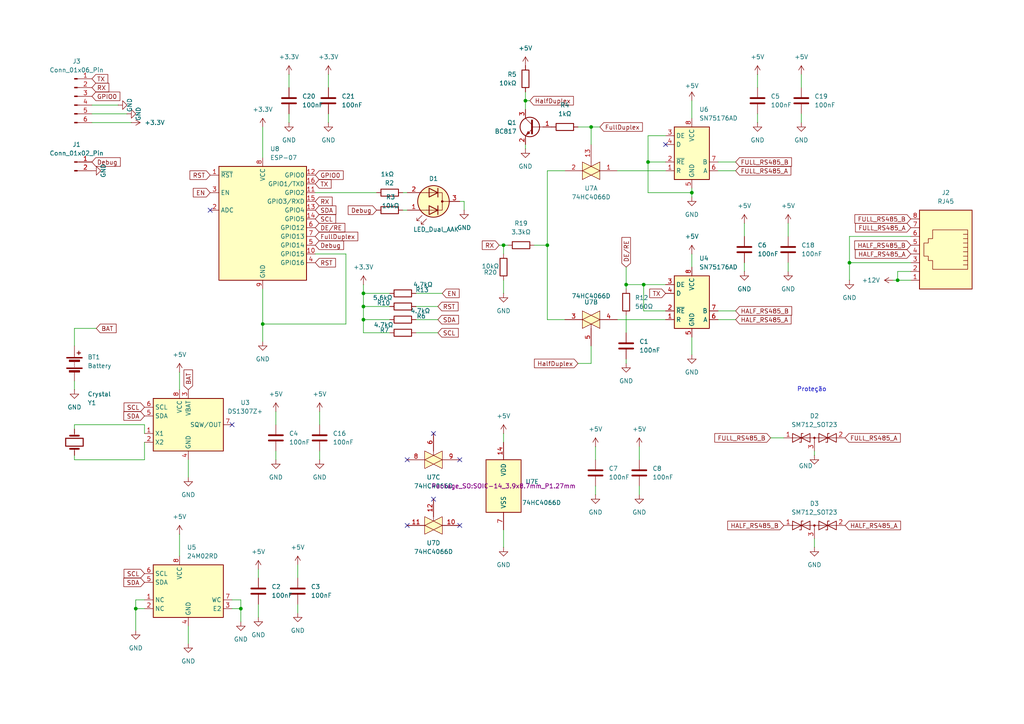
<source format=kicad_sch>
(kicad_sch (version 20250114) (generator "eeschema") (generator_version "9.0")
  (paper "A4")
  (title_block (title "Ubox") (date "2025-11-06") (rev "1") (company "Ecopower"))
  (lib_symbols
    (symbol "4xxx:4066" (pin_names (offset 1.016))
      (property "Reference" "U" (at -7.62 8.89 0))
      (property "Value" "4066" (at -7.62 -8.89 0))
      (symbol "4066_1_0"
        (pin passive line (at -7.62 0 0) (length 5.08) (name "~") (number "1"))
        (pin input line (at 0 7.62 270) (length 5.08) (name "~") (number "13"))
        (pin passive line (at 7.62 0 180) (length 5.08) (name "~") (number "2"))
      )
      (symbol "4066_2_0"
        (pin passive line (at -7.62 0 0) (length 5.08) (name "~") (number "4"))
        (pin input line (at 0 7.62 270) (length 5.08) (name "~") (number "5"))
        (pin passive line (at 7.62 0 180) (length 5.08) (name "~") (number "3"))
      )
      (symbol "4066_3_0"
        (pin passive line (at -7.62 0 0) (length 5.08) (name "~") (number "8"))
        (pin input line (at 0 7.62 270) (length 5.08) (name "~") (number "6"))
        (pin passive line (at 7.62 0 180) (length 5.08) (name "~") (number "9"))
      )
      (symbol "4066_4_0"
        (pin passive line (at -7.62 0 0) (length 5.08) (name "~") (number "11"))
        (pin input line (at 0 7.62 270) (length 5.08) (name "~") (number "12"))
        (pin passive line (at 7.62 0 180) (length 5.08) (name "~") (number "10"))
      )
      (symbol "4066_5_0"
        (pin power_in line (at 0 12.7 270) (length 5.08) (name "VDD") (number "14"))
        (pin power_in line (at 0 -12.7 90) (length 5.08) (name "VSS") (number "7"))
      )
    )
    (symbol "Connector:Conn_01x02_Pin" (pin_names (offset 1.016) (hide yes))
      (property "Reference" "J" (at 0 2.54 0))
      (property "Value" "Conn_01x02_Pin" (at 0 -5.08 0))
      (symbol "Conn_01x02_Pin_1_1"
        (pin passive line (at 5.08 0 180) (length 3.81) (name "Pin_1") (number "1"))
        (pin passive line (at 5.08 -2.54 180) (length 3.81) (name "Pin_2") (number "2"))
      )
    )
    (symbol "Connector:Conn_01x06_Pin" (pin_names (offset 1.016) (hide yes))
      (property "Reference" "J" (at 0 7.62 0))
      (property "Value" "Conn_01x06_Pin" (at 0 -10.16 0))
      (symbol "Conn_01x06_Pin_1_1"
        (pin passive line (at 5.08 5.08 180) (length 3.81) (name "Pin_1") (number "1"))
        (pin passive line (at 5.08 2.54 180) (length 3.81) (name "Pin_2") (number "2"))
        (pin passive line (at 5.08 0 180) (length 3.81) (name "Pin_3") (number "3"))
        (pin passive line (at 5.08 -2.54 180) (length 3.81) (name "Pin_4") (number "4"))
        (pin passive line (at 5.08 -5.08 180) (length 3.81) (name "Pin_5") (number "5"))
        (pin passive line (at 5.08 -7.62 180) (length 3.81) (name "Pin_6") (number "6"))
      )
    )
    (symbol "Connector:RJ45" (pin_names (offset 1.016))
      (property "Reference" "J" (at -5.08 13.97 0))
      (property "Value" "RJ45" (at 2.54 13.97 0))
      (symbol "RJ45_1_1"
        (pin passive line (at 10.16 10.16 180) (length 2.54) (name "~") (number "8"))
        (pin passive line (at 10.16 7.62 180) (length 2.54) (name "~") (number "7"))
        (pin passive line (at 10.16 5.08 180) (length 2.54) (name "~") (number "6"))
        (pin passive line (at 10.16 2.54 180) (length 2.54) (name "~") (number "5"))
        (pin passive line (at 10.16 0 180) (length 2.54) (name "~") (number "4"))
        (pin passive line (at 10.16 -2.54 180) (length 2.54) (name "~") (number "3"))
        (pin passive line (at 10.16 -5.08 180) (length 2.54) (name "~") (number "2"))
        (pin passive line (at 10.16 -7.62 180) (length 2.54) (name "~") (number "1"))
      )
    )
    (symbol "DS1307Z+_1"
      (property "Reference" "U5" (at -0.3967 12.7 0))
      (property "Value" "24M02RD" (at -0.3967 10.16 0))
      (symbol "DS1307Z+_1_1_1"
        (pin input line (at -12.7 5.08 0) (length 2.54) (name "SCL") (number "6"))
        (pin bidirectional line (at -12.7 2.54 0) (length 2.54) (name "SDA") (number "5"))
        (pin free line (at -12.7 -2.54 0) (length 2.54) (name "NC") (number "1"))
        (pin free line (at -12.7 -5.08 0) (length 2.54) (name "NC") (number "2"))
        (pin power_in line (at -2.54 10.16 270) (length 2.54) (name "VCC") (number "8"))
        (pin power_in line (at 0 -10.16 90) (length 2.54) (name "GND") (number "4"))
        (pin input line (at 12.7 -2.54 180) (length 2.54) (name "WC") (number "7"))
        (pin input line (at 12.7 -5.08 180) (length 2.54) (name "E2") (number "3"))
      )
    )
    (symbol "Device:Battery" (pin_numbers (hide yes)) (pin_names (offset 0) (hide yes))
      (property "Reference" "BT" (at 2.54 2.54 0))
      (property "Value" "Battery" (at 2.54 0 0))
      (symbol "Battery_1_1"
        (pin passive line (at 0 5.08 270) (length 2.54) (name "+") (number "1"))
        (pin passive line (at 0 -5.08 90) (length 2.54) (name "-") (number "2"))
      )
    )
    (symbol "Device:C" (pin_numbers (hide yes)) (pin_names (offset 0.254))
      (property "Reference" "C" (at 0.635 2.54 0))
      (property "Value" "C" (at 0.635 -2.54 0))
      (symbol "C_1_1"
        (pin passive line (at 0 3.81 270) (length 2.794) (name "~") (number "1"))
        (pin passive line (at 0 -3.81 90) (length 2.794) (name "~") (number "2"))
      )
    )
    (symbol "Device:Crystal" (pin_numbers (hide yes)) (pin_names (offset 1.016) (hide yes))
      (property "Reference" "Y" (at 0 3.81 0))
      (property "Value" "Crystal" (at 0 -3.81 0))
      (symbol "Crystal_1_1"
        (pin passive line (at -3.81 0 0) (length 1.27) (name "1") (number "1"))
        (pin passive line (at 3.81 0 180) (length 1.27) (name "2") (number "2"))
      )
    )
    (symbol "Device:LED_Dual_AAK" (pin_names (offset 0) (hide yes))
      (property "Reference" "D" (at 0 5.715 0))
      (property "Value" "LED_Dual_AAK" (at 0 -6.35 0))
      (symbol "LED_Dual_AAK_1_1"
        (pin input line (at -7.62 0 0) (length 3.048) (name "K") (number "3"))
        (pin input line (at 7.62 2.54 180) (length 3.81) (name "A1") (number "1"))
        (pin input line (at 7.62 -2.54 180) (length 3.81) (name "A2") (number "2"))
      )
    )
    (symbol "Device:R" (pin_numbers (hide yes)) (pin_names (offset 0))
      (property "Reference" "R" (at 2.032 0 90))
      (property "Value" "R" (at 0 0 90))
      (symbol "R_1_1"
        (pin passive line (at 0 3.81 270) (length 1.27) (name "~") (number "1"))
        (pin passive line (at 0 -3.81 90) (length 1.27) (name "~") (number "2"))
      )
    )
    (symbol "Diode:SM712_SOT23" (pin_names (offset 1.016) (hide yes))
      (property "Reference" "D" (at 0 4.445 0))
      (property "Value" "SM712_SOT23" (at 0 2.54 0))
      (symbol "SM712_SOT23_1_1"
        (pin passive line (at -8.89 0 0) (length 2.54) (name "A1") (number "1"))
        (pin input line (at 0 -3.81 90) (length 2.54) (name "common") (number "3"))
        (pin passive line (at 8.89 0 180) (length 2.54) (name "A2") (number "2"))
      )
    )
    (symbol "Interface_UART:SN75176AD"
      (property "Reference" "U" (at -4.318 8.89 0))
      (property "Value" "SN75176AD" (at 1.016 8.89 0))
      (symbol "SN75176AD_1_1"
        (pin input line (at -7.62 5.08 0) (length 2.54) (name "DE") (number "3"))
        (pin input line (at -7.62 2.54 0) (length 2.54) (name "D") (number "4"))
        (pin input line (at -7.62 -2.54 0) (length 2.54) (name "~{RE}") (number "2"))
        (pin output line (at -7.62 -5.08 0) (length 2.54) (name "R") (number "1"))
        (pin power_in line (at 0 10.16 270) (length 2.54) (name "VCC") (number "8"))
        (pin power_in line (at 0 -10.16 90) (length 2.54) (name "GND") (number "5"))
        (pin bidirectional line (at 7.62 -2.54 180) (length 2.54) (name "B") (number "7"))
        (pin bidirectional line (at 7.62 -5.08 180) (length 2.54) (name "A") (number "6"))
      )
    )
    (symbol "RF_Module:ESP-07"
      (property "Reference" "U" (at -12.7 19.05 0))
      (property "Value" "ESP-07" (at 12.7 19.05 0))
      (symbol "ESP-07_1_1"
        (pin input line (at -15.24 15.24 0) (length 2.54) (name "~{RST}") (number "1"))
        (pin input line (at -15.24 10.16 0) (length 2.54) (name "EN") (number "3"))
        (pin input line (at -15.24 5.08 0) (length 2.54) (name "ADC") (number "2"))
        (pin power_in line (at 0 20.32 270) (length 2.54) (name "VCC") (number "8"))
        (pin power_in line (at 0 -17.78 90) (length 2.54) (name "GND") (number "9"))
        (pin bidirectional line (at 15.24 15.24 180) (length 2.54) (name "GPIO0") (number "12"))
        (pin bidirectional line (at 15.24 12.7 180) (length 2.54) (name "GPIO1/TXD") (number "16"))
        (pin bidirectional line (at 15.24 10.16 180) (length 2.54) (name "GPIO2") (number "11"))
        (pin bidirectional line (at 15.24 7.62 180) (length 2.54) (name "GPIO3/RXD") (number "15"))
        (pin bidirectional line (at 15.24 5.08 180) (length 2.54) (name "GPIO4") (number "13"))
        (pin bidirectional line (at 15.24 2.54 180) (length 2.54) (name "GPIO5") (number "14"))
        (pin bidirectional line (at 15.24 0 180) (length 2.54) (name "GPIO12") (number "6"))
        (pin bidirectional line (at 15.24 -2.54 180) (length 2.54) (name "GPIO13") (number "7"))
        (pin bidirectional line (at 15.24 -5.08 180) (length 2.54) (name "GPIO14") (number "5"))
        (pin bidirectional line (at 15.24 -7.62 180) (length 2.54) (name "GPIO15") (number "10"))
        (pin bidirectional line (at 15.24 -10.16 180) (length 2.54) (name "GPIO16") (number "4"))
      )
    )
    (symbol "Timer_RTC:DS1307Z+"
      (property "Reference" "U" (at -8.89 8.89 0))
      (property "Value" "DS1307Z+" (at 1.27 8.89 0))
      (symbol "DS1307Z+_1_1"
        (pin input line (at -12.7 5.08 0) (length 2.54) (name "SCL") (number "6"))
        (pin bidirectional line (at -12.7 2.54 0) (length 2.54) (name "SDA") (number "5"))
        (pin input line (at -12.7 -2.54 0) (length 2.54) (name "X1") (number "1"))
        (pin input line (at -12.7 -5.08 0) (length 2.54) (name "X2") (number "2"))
        (pin power_in line (at -2.54 10.16 270) (length 2.54) (name "VCC") (number "8"))
        (pin power_in line (at 0 10.16 270) (length 2.54) (name "VBAT") (number "3"))
        (pin power_in line (at 0 -10.16 90) (length 2.54) (name "GND") (number "4"))
        (pin open_collector line (at 12.7 0 180) (length 2.54) (name "SQW/OUT") (number "7"))
      )
    )
    (symbol "Transistor_BJT:BC817" (pin_names (offset 0) (hide yes))
      (property "Reference" "Q" (at 5.08 1.905 0))
      (property "Value" "BC817" (at 5.08 0 0))
      (symbol "BC817_1_1"
        (pin input line (at -5.08 0 0) (length 2.54) (name "B") (number "1"))
        (pin passive line (at 2.54 5.08 270) (length 2.54) (name "C") (number "3"))
        (pin passive line (at 2.54 -5.08 90) (length 2.54) (name "E") (number "2"))
      )
    )
    (symbol "power:+3.3V" (power) (pin_numbers (hide yes)) (pin_names (offset 0) (hide yes))
      (property "Value" "+3.3V" (at 0 3.556 0))
      (symbol "+3.3V_1_1"
        (pin power_in line (at 0 0 90) (length 0) (name "~") (number "1"))
      )
    )
    (symbol "power:+5V" (power) (pin_numbers (hide yes)) (pin_names (offset 0) (hide yes))
      (property "Value" "+5V" (at 0 3.556 0))
      (symbol "+5V_1_1"
        (pin power_in line (at 0 0 90) (length 0) (name "~") (number "1"))
      )
    )
    (symbol "power:GND" (power) (pin_numbers (hide yes)) (pin_names (offset 0) (hide yes))
      (property "Value" "GND" (at 0 -3.81 0))
      (symbol "GND_1_1"
        (pin power_in line (at 0 0 270) (length 0) (name "~") (number "1"))
      )
    )
  )
  (text "Proteção" (at 235.458 113.03 0) (effects (font (size 1.27 1.27))))
  (junction (at 105.41 92.71))
  (junction (at 152.4 29.21))
  (junction (at 39.37 176.53))
  (junction (at 69.85 176.53))
  (junction (at 158.75 71.12))
  (junction (at 260.35 81.28))
  (junction (at 200.66 55.88))
  (junction (at 181.61 82.55))
  (junction (at 146.05 71.12))
  (junction (at 187.96 46.99))
  (junction (at 246.38 76.2))
  (junction (at 105.41 88.9))
  (junction (at 105.41 85.09))
  (junction (at 186.69 82.55))
  (junction (at 76.2 93.98))
  (junction (at 171.45 36.83))
  (no_connect (at 193.04 41.91))
  (no_connect (at 125.73 144.78))
  (no_connect (at 67.31 123.19))
  (no_connect (at 118.11 133.35))
  (no_connect (at 133.35 133.35))
  (no_connect (at 60.96 60.96))
  (no_connect (at 133.35 152.4))
  (no_connect (at 125.73 125.73))
  (no_connect (at 118.11 152.4))
  (wire (pts (xy 100.33 73.66) (xy 100.33 93.98)))
  (wire (pts (xy 52.07 107.95) (xy 52.07 113.03)))
  (wire (pts (xy 113.03 96.52) (xy 105.41 96.52)))
  (wire (pts (xy 113.03 92.71) (xy 105.41 92.71)))
  (wire (pts (xy 105.41 85.09) (xy 113.03 85.09)))
  (wire (pts (xy 83.82 25.4) (xy 83.82 21.59)))
  (wire (pts (xy 186.69 82.55) (xy 193.04 82.55)))
  (wire (pts (xy 187.96 46.99) (xy 187.96 55.88)))
  (wire (pts (xy 152.4 29.21) (xy 152.4 31.75)))
  (wire (pts (xy 120.65 92.71) (xy 127 92.71)))
  (wire (pts (xy 80.01 133.35) (xy 80.01 130.81)))
  (wire (pts (xy 118.11 55.88) (xy 116.84 55.88)))
  (wire (pts (xy 246.38 76.2) (xy 264.16 76.2)))
  (wire (pts (xy 69.85 176.53) (xy 69.85 180.34)))
  (wire (pts (xy 219.71 35.56) (xy 219.71 33.02)))
  (wire (pts (xy 200.66 55.88) (xy 200.66 54.61)))
  (wire (pts (xy 120.65 85.09) (xy 128.27 85.09)))
  (wire (pts (xy 172.72 133.35) (xy 172.72 129.54)))
  (wire (pts (xy 215.9 68.58) (xy 215.9 64.77)))
  (wire (pts (xy 200.66 73.66) (xy 200.66 77.47)))
  (wire (pts (xy 146.05 81.28) (xy 146.05 85.09)))
  (wire (pts (xy 100.33 93.98) (xy 76.2 93.98)))
  (wire (pts (xy 236.22 156.21) (xy 236.22 158.75)))
  (wire (pts (xy 91.44 55.88) (xy 109.22 55.88)))
  (wire (pts (xy 41.91 123.19) (xy 41.91 125.73)))
  (wire (pts (xy 187.96 46.99) (xy 193.04 46.99)))
  (wire (pts (xy 232.41 35.56) (xy 232.41 33.02)))
  (wire (pts (xy 260.35 78.74) (xy 260.35 81.28)))
  (wire (pts (xy 39.37 182.88) (xy 39.37 176.53)))
  (wire (pts (xy 146.05 71.12) (xy 147.32 71.12)))
  (wire (pts (xy 100.33 73.66) (xy 91.44 73.66)))
  (wire (pts (xy 21.59 133.35) (xy 41.91 133.35)))
  (wire (pts (xy 92.71 130.81) (xy 92.71 133.35)))
  (wire (pts (xy 74.93 167.64) (xy 74.93 165.1)))
  (wire (pts (xy 264.16 78.74) (xy 260.35 78.74)))
  (wire (pts (xy 39.37 176.53) (xy 41.91 176.53)))
  (wire (pts (xy 105.41 82.55) (xy 105.41 85.09)))
  (wire (pts (xy 92.71 119.38) (xy 92.71 123.19)))
  (wire (pts (xy 21.59 113.03) (xy 21.59 110.49)))
  (wire (pts (xy 76.2 83.82) (xy 76.2 93.98)))
  (wire (pts (xy 144.78 71.12) (xy 146.05 71.12)))
  (wire (pts (xy 34.29 30.48) (xy 26.67 30.48)))
  (wire (pts (xy 105.41 96.52) (xy 105.41 92.71)))
  (wire (pts (xy 146.05 125.73) (xy 146.05 128.27)))
  (wire (pts (xy 76.2 93.98) (xy 76.2 99.06)))
  (wire (pts (xy 200.66 29.21) (xy 200.66 34.29)))
  (wire (pts (xy 21.59 133.35) (xy 21.59 132.08)))
  (wire (pts (xy 158.75 49.53) (xy 163.83 49.53)))
  (wire (pts (xy 179.07 92.71) (xy 193.04 92.71)))
  (wire (pts (xy 95.25 35.56) (xy 95.25 33.02)))
  (wire (pts (xy 167.64 36.83) (xy 171.45 36.83)))
  (wire (pts (xy 208.28 49.53) (xy 213.36 49.53)))
  (wire (pts (xy 105.41 85.09) (xy 105.41 88.9)))
  (wire (pts (xy 74.93 179.07) (xy 74.93 175.26)))
  (wire (pts (xy 158.75 71.12) (xy 158.75 92.71)))
  (wire (pts (xy 21.59 123.19) (xy 21.59 124.46)))
  (wire (pts (xy 260.35 81.28) (xy 264.16 81.28)))
  (wire (pts (xy 67.31 176.53) (xy 69.85 176.53)))
  (wire (pts (xy 39.37 173.99) (xy 41.91 173.99)))
  (wire (pts (xy 171.45 36.83) (xy 173.99 36.83)))
  (wire (pts (xy 181.61 83.82) (xy 181.61 82.55)))
  (wire (pts (xy 154.94 71.12) (xy 158.75 71.12)))
  (wire (pts (xy 187.96 39.37) (xy 193.04 39.37)))
  (wire (pts (xy 39.37 176.53) (xy 39.37 173.99)))
  (wire (pts (xy 228.6 78.74) (xy 228.6 76.2)))
  (wire (pts (xy 181.61 82.55) (xy 186.69 82.55)))
  (wire (pts (xy 146.05 73.66) (xy 146.05 71.12)))
  (wire (pts (xy 208.28 46.99) (xy 213.36 46.99)))
  (wire (pts (xy 83.82 35.56) (xy 83.82 33.02)))
  (wire (pts (xy 200.66 57.15) (xy 200.66 55.88)))
  (wire (pts (xy 181.61 104.14) (xy 181.61 105.41)))
  (wire (pts (xy 223.52 127) (xy 227.33 127)))
  (wire (pts (xy 134.62 58.42) (xy 133.35 58.42)))
  (wire (pts (xy 54.61 186.69) (xy 54.61 181.61)))
  (wire (pts (xy 95.25 25.4) (xy 95.25 21.59)))
  (wire (pts (xy 200.66 97.79) (xy 200.66 102.87)))
  (wire (pts (xy 185.42 133.35) (xy 185.42 129.54)))
  (wire (pts (xy 208.28 92.71) (xy 213.36 92.71)))
  (wire (pts (xy 80.01 123.19) (xy 80.01 119.38)))
  (wire (pts (xy 167.64 105.41) (xy 171.45 105.41)))
  (wire (pts (xy 120.65 88.9) (xy 127 88.9)))
  (wire (pts (xy 26.67 33.02) (xy 36.83 33.02)))
  (wire (pts (xy 105.41 88.9) (xy 113.03 88.9)))
  (wire (pts (xy 181.61 91.44) (xy 181.61 96.52)))
  (wire (pts (xy 153.67 29.21) (xy 152.4 29.21)))
  (wire (pts (xy 152.4 41.91) (xy 152.4 43.18)))
  (wire (pts (xy 186.69 90.17) (xy 186.69 82.55)))
  (wire (pts (xy 264.16 68.58) (xy 246.38 68.58)))
  (wire (pts (xy 236.22 130.81) (xy 236.22 132.08)))
  (wire (pts (xy 21.59 123.19) (xy 41.91 123.19)))
  (wire (pts (xy 187.96 39.37) (xy 187.96 46.99)))
  (wire (pts (xy 219.71 25.4) (xy 219.71 21.59)))
  (wire (pts (xy 158.75 49.53) (xy 158.75 71.12)))
  (wire (pts (xy 69.85 173.99) (xy 69.85 176.53)))
  (wire (pts (xy 41.91 133.35) (xy 41.91 128.27)))
  (wire (pts (xy 246.38 76.2) (xy 246.38 81.28)))
  (wire (pts (xy 86.36 167.64) (xy 86.36 163.83)))
  (wire (pts (xy 67.31 173.99) (xy 69.85 173.99)))
  (wire (pts (xy 26.67 35.56) (xy 38.1 35.56)))
  (wire (pts (xy 146.05 158.75) (xy 146.05 153.67)))
  (wire (pts (xy 120.65 96.52) (xy 127 96.52)))
  (wire (pts (xy 158.75 92.71) (xy 163.83 92.71)))
  (wire (pts (xy 21.59 95.25) (xy 21.59 100.33)))
  (wire (pts (xy 208.28 90.17) (xy 213.36 90.17)))
  (wire (pts (xy 181.61 77.47) (xy 181.61 82.55)))
  (wire (pts (xy 152.4 26.67) (xy 152.4 29.21)))
  (wire (pts (xy 232.41 25.4) (xy 232.41 21.59)))
  (wire (pts (xy 27.94 95.25) (xy 21.59 95.25)))
  (wire (pts (xy 171.45 36.83) (xy 171.45 41.91)))
  (wire (pts (xy 54.61 133.35) (xy 54.61 138.43)))
  (wire (pts (xy 52.07 154.94) (xy 52.07 161.29)))
  (wire (pts (xy 179.07 49.53) (xy 193.04 49.53)))
  (wire (pts (xy 246.38 68.58) (xy 246.38 76.2)))
  (wire (pts (xy 172.72 143.51) (xy 172.72 140.97)))
  (wire (pts (xy 105.41 92.71) (xy 105.41 88.9)))
  (wire (pts (xy 134.62 60.96) (xy 134.62 58.42)))
  (wire (pts (xy 193.04 90.17) (xy 186.69 90.17)))
  (wire (pts (xy 259.08 81.28) (xy 260.35 81.28)))
  (wire (pts (xy 185.42 143.51) (xy 185.42 140.97)))
  (wire (pts (xy 215.9 78.74) (xy 215.9 76.2)))
  (wire (pts (xy 200.66 55.88) (xy 187.96 55.88)))
  (wire (pts (xy 76.2 36.83) (xy 76.2 45.72)))
  (wire (pts (xy 228.6 68.58) (xy 228.6 64.77)))
  (wire (pts (xy 86.36 177.8) (xy 86.36 175.26)))
  (wire (pts (xy 118.11 60.96) (xy 116.84 60.96)))
  (wire (pts (xy 171.45 105.41) (xy 171.45 100.33)))
  (global_label "GPIO0" (shape input) (at 26.67 27.94 0) (property "Intersheetrefs" "${INTERSHEET_REFS}" (effects (hide yes))))
  (global_label "FULL_RS485_A" (shape input) (at 264.16 66.04 180) (property "Intersheetrefs" "${INTERSHEET_REFS}" (effects (hide yes))))
  (global_label "TX" (shape input) (at 91.44 53.34 0) (property "Intersheetrefs" "${INTERSHEET_REFS}" (effects (hide yes))))
  (global_label "SCL" (shape input) (at 127 96.52 0) (property "Intersheetrefs" "${INTERSHEET_REFS}" (effects (hide yes))))
  (global_label "RX" (shape input) (at 144.78 71.12 180) (property "Intersheetrefs" "${INTERSHEET_REFS}" (effects (hide yes))))
  (global_label "SDA" (shape input) (at 127 92.71 0) (property "Intersheetrefs" "${INTERSHEET_REFS}" (effects (hide yes))))
  (global_label "HalfDuplex" (shape input) (at 153.67 29.21 0) (property "Intersheetrefs" "${INTERSHEET_REFS}" (effects (hide yes))))
  (global_label "SCL" (shape input) (at 41.91 166.37 180) (property "Intersheetrefs" "${INTERSHEET_REFS}" (effects (hide yes))))
  (global_label "RST" (shape input) (at 60.96 50.8 180) (property "Intersheetrefs" "${INTERSHEET_REFS}" (effects (hide yes))))
  (global_label "TX" (shape input) (at 26.67 22.86 0) (property "Intersheetrefs" "${INTERSHEET_REFS}" (effects (hide yes))))
  (global_label "FULL_RS485_B" (shape input) (at 213.36 46.99 0) (property "Intersheetrefs" "${INTERSHEET_REFS}" (effects (hide yes))))
  (global_label "FULL_RS485_A" (shape input) (at 213.36 49.53 0) (property "Intersheetrefs" "${INTERSHEET_REFS}" (effects (hide yes))))
  (global_label "Debug" (shape input) (at 26.67 46.99 0) (property "Intersheetrefs" "${INTERSHEET_REFS}" (effects (hide yes))))
  (global_label "DE{slash}RE" (shape input) (at 181.61 77.47 90) (property "Intersheetrefs" "${INTERSHEET_REFS}" (effects (hide yes))))
  (global_label "HALF_RS485_A" (shape input) (at 213.36 92.71 0) (property "Intersheetrefs" "${INTERSHEET_REFS}" (effects (hide yes))))
  (global_label "FullDuplex" (shape input) (at 91.44 68.58 0) (property "Intersheetrefs" "${INTERSHEET_REFS}" (effects (hide yes))))
  (global_label "EN" (shape input) (at 60.96 55.88 180) (property "Intersheetrefs" "${INTERSHEET_REFS}" (effects (hide yes))))
  (global_label "BAT" (shape input) (at 54.61 113.03 90) (property "Intersheetrefs" "${INTERSHEET_REFS}" (effects (hide yes))))
  (global_label "HALF_RS485_B" (shape input) (at 264.16 71.12 180) (property "Intersheetrefs" "${INTERSHEET_REFS}" (effects (hide yes))))
  (global_label "DE{slash}RE" (shape input) (at 91.44 66.04 0) (property "Intersheetrefs" "${INTERSHEET_REFS}" (effects (hide yes))))
  (global_label "SDA" (shape input) (at 41.91 120.65 180) (property "Intersheetrefs" "${INTERSHEET_REFS}" (effects (hide yes))))
  (global_label "RST" (shape input) (at 91.44 76.2 0) (property "Intersheetrefs" "${INTERSHEET_REFS}" (effects (hide yes))))
  (global_label "GPIO0" (shape input) (at 91.44 50.8 0) (property "Intersheetrefs" "${INTERSHEET_REFS}" (effects (hide yes))))
  (global_label "FULL_RS485_B" (shape input) (at 264.16 63.5 180) (property "Intersheetrefs" "${INTERSHEET_REFS}" (effects (hide yes))))
  (global_label "TX" (shape input) (at 193.04 85.09 180) (property "Intersheetrefs" "${INTERSHEET_REFS}" (effects (hide yes))))
  (global_label "HALF_RS485_A" (shape input) (at 245.11 152.4 0) (property "Intersheetrefs" "${INTERSHEET_REFS}" (effects (hide yes))))
  (global_label "SCL" (shape input) (at 41.91 118.11 180) (property "Intersheetrefs" "${INTERSHEET_REFS}" (effects (hide yes))))
  (global_label "FULL_RS485_A" (shape input) (at 245.11 127 0) (property "Intersheetrefs" "${INTERSHEET_REFS}" (effects (hide yes))))
  (global_label "EN" (shape input) (at 128.27 85.09 0) (property "Intersheetrefs" "${INTERSHEET_REFS}" (effects (hide yes))))
  (global_label "RX" (shape input) (at 26.67 25.4 0) (property "Intersheetrefs" "${INTERSHEET_REFS}" (effects (hide yes))))
  (global_label "SDA" (shape input) (at 91.44 60.96 0) (property "Intersheetrefs" "${INTERSHEET_REFS}" (effects (hide yes))))
  (global_label "BAT" (shape input) (at 27.94 95.25 0) (property "Intersheetrefs" "${INTERSHEET_REFS}" (effects (hide yes))))
  (global_label "FullDuplex" (shape input) (at 173.99 36.83 0) (property "Intersheetrefs" "${INTERSHEET_REFS}" (effects (hide yes))))
  (global_label "HalfDuplex" (shape input) (at 167.64 105.41 180) (property "Intersheetrefs" "${INTERSHEET_REFS}" (effects (hide yes))))
  (global_label "HALF_RS485_A" (shape input) (at 264.16 73.66 180) (property "Intersheetrefs" "${INTERSHEET_REFS}" (effects (hide yes))))
  (global_label "HALF_RS485_B" (shape input) (at 213.36 90.17 0) (property "Intersheetrefs" "${INTERSHEET_REFS}" (effects (hide yes))))
  (global_label "SDA" (shape input) (at 41.91 168.91 180) (property "Intersheetrefs" "${INTERSHEET_REFS}" (effects (hide yes))))
  (global_label "RX" (shape input) (at 91.44 58.42 0) (property "Intersheetrefs" "${INTERSHEET_REFS}" (effects (hide yes))))
  (global_label "SCL" (shape input) (at 91.44 63.5 0) (property "Intersheetrefs" "${INTERSHEET_REFS}" (effects (hide yes))))
  (global_label "FULL_RS485_B" (shape input) (at 223.52 127 180) (property "Intersheetrefs" "${INTERSHEET_REFS}" (effects (hide yes))))
  (global_label "Debug" (shape input) (at 91.44 71.12 0) (property "Intersheetrefs" "${INTERSHEET_REFS}" (effects (hide yes))))
  (global_label "Debug" (shape input) (at 109.22 60.96 180) (property "Intersheetrefs" "${INTERSHEET_REFS}" (effects (hide yes))))
  (global_label "RST" (shape input) (at 127 88.9 0) (property "Intersheetrefs" "${INTERSHEET_REFS}" (effects (hide yes))))
  (global_label "HALF_RS485_B" (shape input) (at 227.33 152.4 180) (property "Intersheetrefs" "${INTERSHEET_REFS}" (effects (hide yes))))
  (symbol (lib_id "Device:C") (at 172.72 137.16 0) (unit 1)
    (property "Reference" "C7" (at 176.53 135.8899 0) (effects (justify left)))
    (property "Value" "100nF" (at 176.53 138.4299 0) (effects (justify left)))
    (property "Footprint" "Resistor_SMD:R_0805_2012Metric" (effects (hide yes)))
    (property "Description" "Unpolarized capacitor" (effects (hide yes)))
  )
  (symbol (lib_id "4xxx:4066") (at 171.45 49.53 0) (mirror y) (unit 1)
    (property "Reference" "U7" (at 171.45 54.61 0))
    (property "Value" "74HC4066D" (at 171.45 57.15 0))
    (property "Footprint" "Package_SO:SOIC-14_3.9x8.7mm_P1.27mm" (effects (hide yes)))
    (property "Datasheet" "http://www.ti.com/lit/ds/symlink/cd4066b.pdf" (effects (hide yes)))
    (property "Description" "Quad Analog Switches" (effects (hide yes)))
  )
  (symbol (lib_id "Device:R") (at 116.84 92.71 90) (unit 1)
    (property "Reference" "R6" (at 122.174 91.694 90))
    (property "Value" "4.7kΩ" (at 121.92 90.17 90))
    (property "Footprint" "Resistor_SMD:R_0805_2012Metric" (effects (hide yes)))
    (property "Description" "Resistor" (effects (hide yes)))
  )
  (symbol (lib_id "power:GND") (at 246.38 81.28 0) (unit 1)
    (property "Reference" "#PWR055" (effects (hide yes)))
    (property "Value" "GND" (at 246.38 86.36 0))
    (property "Description" "Power symbol creates a global label with name \"GND\" , ground" (effects (hide yes)))
  )
  (symbol (lib_id "Device:C") (at 219.71 29.21 0) (unit 1)
    (property "Reference" "C5" (at 223.52 27.9399 0) (effects (justify left)))
    (property "Value" "100nF" (at 223.52 30.4799 0) (effects (justify left)))
    (property "Footprint" "Capacitor_SMD:C_0805_2012Metric" (effects (hide yes)))
    (property "Description" "Unpolarized capacitor" (effects (hide yes)))
  )
  (symbol (lib_id "power:GND") (at 26.67 49.53 90) (unit 1)
    (property "Reference" "#PWR041" (effects (hide yes)))
    (property "Value" "GND" (at 29.972 49.53 0))
    (property "Description" "Power symbol creates a global label with name \"GND\" , ground" (effects (hide yes)))
  )
  (symbol (lib_id "power:GND") (at 95.25 35.56 0) (unit 1)
    (property "Reference" "#PWR031" (effects (hide yes)))
    (property "Value" "GND" (at 95.25 40.64 0))
    (property "Description" "Power symbol creates a global label with name \"GND\" , ground" (effects (hide yes)))
  )
  (symbol (lib_id "power:+5V") (at 92.71 119.38 0) (unit 1)
    (property "Reference" "#PWR057" (effects (hide yes)))
    (property "Value" "+5V" (at 92.71 114.3 0))
    (property "Description" "Power symbol creates a global label with name \"+5V\"" (effects (hide yes)))
  )
  (symbol (lib_id "Diode:SM712_SOT23") (at 236.22 127 0) (unit 1)
    (property "Reference" "D2" (at 236.22 120.65 0))
    (property "Value" "SM712_SOT23" (at 236.22 123.19 0))
    (property "Footprint" "Package_TO_SOT_SMD:SOT-23" (effects (hide yes)))
    (property "Datasheet" "https://www.littelfuse.com/~/media/electronics/datasheets/tvs_diode_arrays/littelfuse_tvs_diode_array_sm712_datasheet.pdf.pdf" (effects (hide yes)))
    (property "Description" "7V/12V, 600W Asymmetrical TVS Diode Array, SOT-23" (effects (hide yes)))
  )
  (symbol (lib_id "power:+3.3V") (at 105.41 82.55 0) (unit 1)
    (property "Reference" "#PWR017" (effects (hide yes)))
    (property "Value" "+3.3V" (at 105.41 77.47 0))
    (property "Description" "Power symbol creates a global label with name \"+3.3V\"" (effects (hide yes)))
  )
  (symbol (lib_id "Device:R") (at 152.4 22.86 0) (mirror x) (unit 1)
    (property "Reference" "R5" (at 149.86 21.5899 0) (effects (justify right)))
    (property "Value" "10kΩ" (at 149.86 24.1299 0) (effects (justify right)))
    (property "Footprint" "Resistor_SMD:R_0805_2012Metric" (effects (hide yes)))
    (property "Description" "Resistor" (effects (hide yes)))
  )
  (symbol (lib_id "power:+3.3V") (at 38.1 35.56 270) (unit 1)
    (property "Reference" "#PWR039" (effects (hide yes)))
    (property "Value" "+3.3V" (at 41.91 35.5599 90) (effects (justify left)))
    (property "Description" "Power symbol creates a global label with name \"+3.3V\"" (effects (hide yes)))
  )
  (symbol (lib_id "Device:R") (at 181.61 87.63 180) (unit 1)
    (property "Reference" "R12" (at 184.15 86.3599 0) (effects (justify right)))
    (property "Value" "560Ω" (at 184.15 88.8999 0) (effects (justify right)))
    (property "Footprint" "Resistor_SMD:R_0805_2012Metric" (effects (hide yes)))
    (property "Description" "Resistor" (effects (hide yes)))
  )
  (symbol (lib_id "4xxx:4066") (at 171.45 92.71 180) (unit 2)
    (property "Reference" "U7" (at 171.45 87.63 0))
    (property "Value" "74HC4066D" (at 171.45 85.852 0))
    (property "Footprint" "Package_SO:SOIC-14_3.9x8.7mm_P1.27mm" (effects (hide yes)))
    (property "Datasheet" "http://www.ti.com/lit/ds/symlink/cd4066b.pdf" (effects (hide yes)))
    (property "Description" "Quad Analog Switches" (effects (hide yes)))
  )
  (symbol (lib_id "power:GND") (at 185.42 143.51 0) (unit 1)
    (property "Reference" "#PWR054" (effects (hide yes)))
    (property "Value" "GND" (at 185.42 148.59 0))
    (property "Description" "Power symbol creates a global label with name \"GND\" , ground" (effects (hide yes)))
  )
  (symbol (lib_id "power:+5V") (at 219.71 21.59 0) (unit 1)
    (property "Reference" "#PWR046" (effects (hide yes)))
    (property "Value" "+5V" (at 219.71 16.51 0))
    (property "Description" "Power symbol creates a global label with name \"+5V\"" (effects (hide yes)))
  )
  (symbol (lib_id "Device:C") (at 83.82 29.21 0) (unit 1)
    (property "Reference" "C20" (at 87.63 27.9399 0) (effects (justify left)))
    (property "Value" "100nF" (at 87.63 30.4799 0) (effects (justify left)))
    (property "Footprint" "Capacitor_SMD:C_0805_2012Metric" (effects (hide yes)))
    (property "Description" "Unpolarized capacitor" (effects (hide yes)))
  )
  (symbol (lib_id "power:GND") (at 219.71 35.56 0) (unit 1)
    (property "Reference" "#PWR047" (effects (hide yes)))
    (property "Value" "GND" (at 219.71 40.64 0))
    (property "Description" "Power symbol creates a global label with name \"GND\" , ground" (effects (hide yes)))
  )
  (symbol (lib_id "power:GND") (at 172.72 143.51 0) (unit 1)
    (property "Reference" "#PWR050" (effects (hide yes)))
    (property "Value" "GND" (at 172.72 148.59 0))
    (property "Description" "Power symbol creates a global label with name \"GND\" , ground" (effects (hide yes)))
  )
  (symbol (lib_id "Device:C") (at 228.6 72.39 0) (unit 1)
    (property "Reference" "C18" (at 232.41 71.1199 0) (effects (justify left)))
    (property "Value" "100nF" (at 232.41 73.6599 0) (effects (justify left)))
    (property "Footprint" "Capacitor_SMD:C_0805_2012Metric" (effects (hide yes)))
    (property "Description" "Unpolarized capacitor" (effects (hide yes)))
  )
  (symbol (lib_id "power:GND") (at 69.85 180.34 0) (unit 1)
    (property "Reference" "#PWR058" (effects (hide yes)))
    (property "Value" "GND" (at 69.85 185.42 0))
    (property "Description" "Power symbol creates a global label with name \"GND\" , ground" (effects (hide yes)))
  )
  (symbol (lib_id "power:GND") (at 39.37 182.88 0) (unit 1)
    (property "Reference" "#PWR059" (effects (hide yes)))
    (property "Value" "GND" (at 39.37 187.96 0))
    (property "Description" "Power symbol creates a global label with name \"GND\" , ground" (effects (hide yes)))
  )
  (symbol (lib_id "power:+3.3V") (at 83.82 21.59 0) (unit 1)
    (property "Reference" "#PWR028" (effects (hide yes)))
    (property "Value" "+3.3V" (at 83.82 16.51 0))
    (property "Description" "Power symbol creates a global label with name \"+3.3V\"" (effects (hide yes)))
  )
  (symbol (lib_id "power:GND") (at 76.2 99.06 0) (unit 1)
    (property "Reference" "#PWR01" (effects (hide yes)))
    (property "Value" "GND" (at 76.2 104.14 0))
    (property "Description" "Power symbol creates a global label with name \"GND\" , ground" (effects (hide yes)))
  )
  (symbol (lib_id "Connector:RJ45") (at 274.32 73.66 0) (mirror y) (unit 1)
    (property "Reference" "J2" (at 274.32 55.88 0))
    (property "Value" "RJ45" (at 274.32 58.42 0))
    (property "Footprint" "Connector_RJ:RJ45_Amphenol_54602-x08_Horizontal" (effects (hide yes)))
    (property "Description" "RJ connector, 8P8C (8 positions 8 connected)" (effects (hide yes)))
  )
  (symbol (lib_id "power:GND") (at 80.01 133.35 0) (unit 1)
    (property "Reference" "#PWR020" (effects (hide yes)))
    (property "Value" "GND" (at 80.01 138.43 0))
    (property "Description" "Power symbol creates a global label with name \"GND\" , ground" (effects (hide yes)))
  )
  (symbol (lib_id "Device:R") (at 116.84 85.09 90) (unit 1)
    (property "Reference" "R13" (at 122.428 84.074 90))
    (property "Value" "4.7kΩ" (at 122.682 82.55 90))
    (property "Footprint" "Resistor_SMD:R_0805_2012Metric" (effects (hide yes)))
    (property "Description" "Resistor" (effects (hide yes)))
  )
  (symbol (lib_id "power:+5V") (at 200.66 29.21 0) (unit 1)
    (property "Reference" "#PWR06" (effects (hide yes)))
    (property "Value" "+5V" (at 200.66 24.892 0))
    (property "Description" "Power symbol creates a global label with name \"+5V\"" (effects (hide yes)))
  )
  (symbol (lib_name "DS1307Z+_1") (lib_id "Timer_RTC:DS1307Z+") (at 54.61 171.45 0) (unit 1)
    (property "Reference" "U5" (at 54.2133 158.75 0) (effects (justify left)))
    (property "Value" "24M02RD" (at 54.2133 161.29 0) (effects (justify left)))
    (property "Footprint" "Package_SO:SOIC-8_3.9x4.9mm_P1.27mm" (effects (hide yes)))
    (property "Datasheet" "https://datasheets.maximintegrated.com/en/ds/DS1307.pdf" (effects (hide yes)))
    (property "Description" "64 x 8, Serial, I2C Real-time clock, 4.5V to 5.5V VCC, 0°C to +70°C, SOIC-8" (effects (hide yes)))
  )
  (symbol (lib_id "Device:C") (at 74.93 171.45 0) (unit 1)
    (property "Reference" "C2" (at 78.74 170.1799 0) (effects (justify left)))
    (property "Value" "100nF" (at 78.74 172.7199 0) (effects (justify left)))
    (property "Footprint" "Capacitor_SMD:C_0805_2012Metric" (effects (hide yes)))
    (property "Description" "Unpolarized capacitor" (effects (hide yes)))
  )
  (symbol (lib_id "power:+5V") (at 152.4 19.05 0) (mirror y) (unit 1)
    (property "Reference" "#PWR026" (effects (hide yes)))
    (property "Value" "+5V" (at 152.4 13.97 0))
    (property "Description" "Power symbol creates a global label with name \"+5V\"" (effects (hide yes)))
  )
  (symbol (lib_id "power:+3.3V") (at 95.25 21.59 0) (unit 1)
    (property "Reference" "#PWR030" (effects (hide yes)))
    (property "Value" "+3.3V" (at 95.25 16.51 0))
    (property "Description" "Power symbol creates a global label with name \"+3.3V\"" (effects (hide yes)))
  )
  (symbol (lib_id "power:+5V") (at 80.01 119.38 0) (unit 1)
    (property "Reference" "#PWR021" (effects (hide yes)))
    (property "Value" "+5V" (at 80.01 114.3 0))
    (property "Description" "Power symbol creates a global label with name \"+5V\"" (effects (hide yes)))
  )
  (symbol (lib_id "power:+5V") (at 172.72 129.54 0) (unit 1)
    (property "Reference" "#PWR049" (effects (hide yes)))
    (property "Value" "+5V" (at 172.72 124.46 0))
    (property "Description" "Power symbol creates a global label with name \"+5V\"" (effects (hide yes)))
  )
  (symbol (lib_id "Device:C") (at 185.42 137.16 0) (unit 1)
    (property "Reference" "C8" (at 189.23 135.8899 0) (effects (justify left)))
    (property "Value" "100nF" (at 189.23 138.4299 0) (effects (justify left)))
    (property "Footprint" "Capacitor_SMD:C_0805_2012Metric" (effects (hide yes)))
    (property "Description" "Unpolarized capacitor" (effects (hide yes)))
  )
  (symbol (lib_id "Interface_UART:SN75176AD") (at 200.66 44.45 0) (unit 1)
    (property "Reference" "U6" (at 202.8033 31.75 0) (effects (justify left)))
    (property "Value" "SN75176AD" (at 202.8033 34.29 0) (effects (justify left)))
    (property "Footprint" "Package_SO:SOIC-8_3.9x4.9mm_P1.27mm" (effects (hide yes)))
    (property "Datasheet" "http://www.ti.com/lit/ds/symlink/sn75176a.pdf" (effects (hide yes)))
    (property "Description" "Differential RS-422/RS-485 bus transceiver, SOIC-8" (effects (hide yes)))
  )
  (symbol (lib_id "Device:R") (at 146.05 77.47 180) (unit 1)
    (property "Reference" "R20" (at 142.24 78.994 0))
    (property "Value" "10kΩ" (at 142.24 77.216 0))
    (property "Footprint" "Resistor_SMD:R_0603_1608Metric" (effects (hide yes)))
    (property "Description" "Resistor" (effects (hide yes)))
  )
  (symbol (lib_id "Interface_UART:SN75176AD") (at 200.66 87.63 0) (unit 1)
    (property "Reference" "U4" (at 202.8033 74.93 0) (effects (justify left)))
    (property "Value" "SN75176AD" (at 202.8033 77.47 0) (effects (justify left)))
    (property "Footprint" "Package_SO:SOIC-8_3.9x4.9mm_P1.27mm" (effects (hide yes)))
    (property "Datasheet" "http://www.ti.com/lit/ds/symlink/sn75176a.pdf" (effects (hide yes)))
    (property "Description" "Differential RS-422/RS-485 bus transceiver, SOIC-8" (effects (hide yes)))
  )
  (symbol (lib_id "power:GND") (at 74.93 179.07 0) (unit 1)
    (property "Reference" "#PWR035" (effects (hide yes)))
    (property "Value" "GND" (at 74.93 184.15 0))
    (property "Description" "Power symbol creates a global label with name \"GND\" , ground" (effects (hide yes)))
  )
  (symbol (lib_id "power:+5V") (at 146.05 125.73 0) (unit 1)
    (property "Reference" "#PWR010" (effects (hide yes)))
    (property "Value" "+5V" (at 146.05 120.65 0))
    (property "Description" "Power symbol creates a global label with name \"+5V\"" (effects (hide yes)))
  )
  (symbol (lib_id "4xxx:4066") (at 125.73 133.35 0) (unit 3)
    (property "Reference" "U7" (at 125.73 138.43 0))
    (property "Value" "74HC4066D" (at 125.73 140.97 0))
    (property "Footprint" "Package_SO:SOIC-14_3.9x8.7mm_P1.27mm" (effects (hide yes)))
    (property "Datasheet" "http://www.ti.com/lit/ds/symlink/cd4066b.pdf" (effects (hide yes)))
    (property "Description" "Quad Analog Switches" (effects (hide yes)))
  )
  (symbol (lib_id "power:GND") (at 134.62 60.96 0) (unit 1)
    (property "Reference" "#PWR040" (effects (hide yes)))
    (property "Value" "GND" (at 134.62 66.04 0))
    (property "Description" "Power symbol creates a global label with name \"GND\" , ground" (effects (hide yes)))
  )
  (symbol (lib_id "Device:C") (at 95.25 29.21 0) (unit 1)
    (property "Reference" "C21" (at 99.06 27.9399 0) (effects (justify left)))
    (property "Value" "100nF" (at 99.06 30.4799 0) (effects (justify left)))
    (property "Footprint" "Capacitor_SMD:C_0805_2012Metric" (effects (hide yes)))
    (property "Description" "Unpolarized capacitor" (effects (hide yes)))
  )
  (symbol (lib_id "Device:R") (at 163.83 36.83 270) (mirror x) (unit 1)
    (property "Reference" "R4" (at 163.83 30.48 90))
    (property "Value" "1kΩ" (at 163.83 33.02 90))
    (property "Footprint" "Resistor_SMD:R_0805_2012Metric" (effects (hide yes)))
    (property "Description" "Resistor" (effects (hide yes)))
  )
  (symbol (lib_id "power:GND") (at 83.82 35.56 0) (unit 1)
    (property "Reference" "#PWR029" (effects (hide yes)))
    (property "Value" "GND" (at 83.82 40.64 0))
    (property "Description" "Power symbol creates a global label with name \"GND\" , ground" (effects (hide yes)))
  )
  (symbol (lib_id "power:GND") (at 200.66 102.87 0) (unit 1)
    (property "Reference" "#PWR04" (effects (hide yes)))
    (property "Value" "GND" (at 200.66 107.95 0))
    (property "Description" "Power symbol creates a global label with name \"GND\" , ground" (effects (hide yes)))
  )
  (symbol (lib_id "power:GND") (at 236.22 132.08 0) (mirror y) (unit 1)
    (property "Reference" "#PWR053" (effects (hide yes)))
    (property "Value" "GND" (at 233.68 135.128 0))
    (property "Description" "Power symbol creates a global label with name \"GND\" , ground" (effects (hide yes)))
  )
  (symbol (lib_id "Connector:Conn_01x02_Pin") (at 21.59 46.99 0) (unit 1)
    (property "Reference" "J1" (at 22.225 41.91 0))
    (property "Value" "Conn_01x02_Pin" (at 22.225 44.45 0))
    (property "Footprint" "Connector_PinHeader_2.54mm:PinHeader_1x02_P2.54mm_Vertical" (effects (hide yes)))
    (property "Description" "Generic connector, single row, 01x02, script generated" (effects (hide yes)))
  )
  (symbol (lib_id "Device:C") (at 92.71 127 0) (unit 1)
    (property "Reference" "C16" (at 96.52 125.7299 0) (effects (justify left)))
    (property "Value" "100nF" (at 96.52 128.2699 0) (effects (justify left)))
    (property "Footprint" "Capacitor_SMD:C_0805_2012Metric" (effects (hide yes)))
    (property "Description" "Unpolarized capacitor" (effects (hide yes)))
  )
  (symbol (lib_id "power:GND") (at 228.6 78.74 0) (unit 1)
    (property "Reference" "#PWR024" (effects (hide yes)))
    (property "Value" "GND" (at 228.6 83.82 0))
    (property "Description" "Power symbol creates a global label with name \"GND\" , ground" (effects (hide yes)))
  )
  (symbol (lib_id "Device:R") (at 113.03 55.88 90) (unit 1)
    (property "Reference" "R2" (at 114.3 53.086 90) (effects (justify left)))
    (property "Value" "1kΩ" (at 114.3 50.546 90) (effects (justify left)))
    (property "Footprint" "Resistor_SMD:R_0805_2012Metric" (effects (hide yes)))
    (property "Description" "Resistor" (effects (hide yes)))
  )
  (symbol (lib_id "Device:R") (at 151.13 71.12 90) (unit 1)
    (property "Reference" "R19" (at 151.13 64.77 90))
    (property "Value" "3.3kΩ" (at 151.13 67.31 90))
    (property "Footprint" "Resistor_SMD:R_0603_1608Metric" (effects (hide yes)))
    (property "Description" "Resistor" (effects (hide yes)))
  )
  (symbol (lib_id "power:+5V") (at 200.66 73.66 0) (unit 1)
    (property "Reference" "#PWR07" (effects (hide yes)))
    (property "Value" "+5V" (at 200.66 68.58 0))
    (property "Description" "Power symbol creates a global label with name \"+5V\"" (effects (hide yes)))
  )
  (symbol (lib_id "power:GND") (at 54.61 186.69 0) (unit 1)
    (property "Reference" "#PWR014" (effects (hide yes)))
    (property "Value" "GND" (at 54.61 191.77 0))
    (property "Description" "Power symbol creates a global label with name \"GND\" , ground" (effects (hide yes)))
  )
  (symbol (lib_id "4xxx:4066") (at 125.73 152.4 0) (unit 4)
    (property "Reference" "U7" (at 125.73 157.48 0))
    (property "Value" "74HC4066D" (at 125.73 160.02 0))
    (property "Footprint" "Package_SO:SOIC-14_3.9x8.7mm_P1.27mm" (effects (hide yes)))
    (property "Datasheet" "http://www.ti.com/lit/ds/symlink/cd4066b.pdf" (effects (hide yes)))
    (property "Description" "Quad Analog Switches" (effects (hide yes)))
  )
  (symbol (lib_id "Device:Crystal") (at 21.59 128.27 90) (mirror x) (unit 1)
    (property "Reference" "Y1" (at 25.4 116.8401 90) (effects (justify right)))
    (property "Value" "Crystal" (at 25.4 114.3001 90) (effects (justify right)))
    (property "Footprint" "Crystal:Crystal_DS26_D2.0mm_L6.0mm_Vertical" (effects (hide yes)))
    (property "Description" "Two pin crystal" (effects (hide yes)))
  )
  (symbol (lib_id "power:GND") (at 21.59 113.03 0) (unit 1)
    (property "Reference" "#PWR036" (effects (hide yes)))
    (property "Value" "GND" (at 21.59 118.11 0))
    (property "Description" "Power symbol creates a global label with name \"GND\" , ground" (effects (hide yes)))
  )
  (symbol (lib_id "power:+5V") (at 86.36 163.83 0) (unit 1)
    (property "Reference" "#PWR032" (effects (hide yes)))
    (property "Value" "+5V" (at 86.36 158.75 0))
    (property "Description" "Power symbol creates a global label with name \"+5V\"" (effects (hide yes)))
  )
  (symbol (lib_id "power:GND") (at 200.66 57.15 0) (unit 1)
    (property "Reference" "#PWR03" (effects (hide yes)))
    (property "Value" "GND" (at 200.66 62.23 0))
    (property "Description" "Power symbol creates a global label with name \"GND\" , ground" (effects (hide yes)))
  )
  (symbol (lib_id "power:GND") (at 34.29 30.48 90) (unit 1)
    (property "Reference" "#PWR037" (effects (hide yes)))
    (property "Value" "GND" (at 37.592 30.48 0))
    (property "Description" "Power symbol creates a global label with name \"GND\" , ground" (effects (hide yes)))
  )
  (symbol (lib_id "Timer_RTC:DS1307Z+") (at 54.61 123.19 0) (unit 1)
    (property "Reference" "U3" (at 71.12 116.7698 0))
    (property "Value" "DS1307Z+" (at 71.12 119.3098 0))
    (property "Footprint" "Package_SO:SOIC-8_3.9x4.9mm_P1.27mm" (effects (hide yes)))
    (property "Datasheet" "https://datasheets.maximintegrated.com/en/ds/DS1307.pdf" (effects (hide yes)))
    (property "Description" "64 x 8, Serial, I2C Real-time clock, 4.5V to 5.5V VCC, 0°C to +70°C, SOIC-8" (effects (hide yes)))
  )
  (symbol (lib_id "power:+5V") (at 185.42 129.54 0) (unit 1)
    (property "Reference" "#PWR051" (effects (hide yes)))
    (property "Value" "+5V" (at 185.42 124.46 0))
    (property "Description" "Power symbol creates a global label with name \"+5V\"" (effects (hide yes)))
  )
  (symbol (lib_id "Device:C") (at 232.41 29.21 0) (unit 1)
    (property "Reference" "C19" (at 236.22 27.9399 0) (effects (justify left)))
    (property "Value" "100nF" (at 236.22 30.4799 0) (effects (justify left)))
    (property "Footprint" "Capacitor_SMD:C_0805_2012Metric" (effects (hide yes)))
    (property "Description" "Unpolarized capacitor" (effects (hide yes)))
  )
  (symbol (lib_id "power:+5V") (at 232.41 21.59 0) (unit 1)
    (property "Reference" "#PWR044" (effects (hide yes)))
    (property "Value" "+5V" (at 232.41 16.51 0))
    (property "Description" "Power symbol creates a global label with name \"+5V\"" (effects (hide yes)))
  )
  (symbol (lib_id "power:GND") (at 146.05 85.09 0) (unit 1)
    (property "Reference" "#PWR016" (effects (hide yes)))
    (property "Value" "GND" (at 146.05 90.17 0))
    (property "Description" "Power symbol creates a global label with name \"GND\" , ground" (effects (hide yes)))
  )
  (symbol (lib_id "4xxx:4066") (at 146.05 140.97 0) (unit 5)
    (property "Reference" "U7" (at 152.4 139.6999 0) (effects (justify left)))
    (property "Value" "74HC4066D" (at 151.384 145.796 0) (effects (justify left)))
    (property "Footprint" "Package_SO:SOIC-14_3.9x8.7mm_P1.27mm" (at 146.05 140.97 0))
    (property "Datasheet" "http://www.ti.com/lit/ds/symlink/cd4066b.pdf" (effects (hide yes)))
    (property "Description" "Quad Analog Switches" (effects (hide yes)))
  )
  (symbol (lib_id "Diode:SM712_SOT23") (at 236.22 152.4 0) (unit 1)
    (property "Reference" "D3" (at 236.22 146.05 0))
    (property "Value" "SM712_SOT23" (at 236.22 148.59 0))
    (property "Footprint" "Package_TO_SOT_SMD:SOT-23" (effects (hide yes)))
    (property "Datasheet" "https://www.littelfuse.com/~/media/electronics/datasheets/tvs_diode_arrays/littelfuse_tvs_diode_array_sm712_datasheet.pdf.pdf" (effects (hide yes)))
    (property "Description" "7V/12V, 600W Asymmetrical TVS Diode Array, SOT-23" (effects (hide yes)))
  )
  (symbol (lib_id "Device:C") (at 80.01 127 0) (unit 1)
    (property "Reference" "C4" (at 83.82 125.7299 0) (effects (justify left)))
    (property "Value" "100nF" (at 83.82 128.2699 0) (effects (justify left)))
    (property "Footprint" "Capacitor_SMD:C_0805_2012Metric" (effects (hide yes)))
    (property "Description" "Unpolarized capacitor" (effects (hide yes)))
  )
  (symbol (lib_id "power:+3.3V") (at 76.2 36.83 0) (unit 1)
    (property "Reference" "#PWR05" (effects (hide yes)))
    (property "Value" "+3.3V" (at 76.2 31.75 0))
    (property "Description" "Power symbol creates a global label with name \"+3.3V\"" (effects (hide yes)))
  )
  (symbol (lib_id "power:GND") (at 92.71 133.35 0) (unit 1)
    (property "Reference" "#PWR019" (effects (hide yes)))
    (property "Value" "GND" (at 92.71 138.43 0))
    (property "Description" "Power symbol creates a global label with name \"GND\" , ground" (effects (hide yes)))
  )
  (symbol (lib_id "power:GND") (at 215.9 78.74 0) (unit 1)
    (property "Reference" "#PWR023" (effects (hide yes)))
    (property "Value" "GND" (at 215.9 83.82 0))
    (property "Description" "Power symbol creates a global label with name \"GND\" , ground" (effects (hide yes)))
  )
  (symbol (lib_id "Device:R") (at 116.84 88.9 90) (unit 1)
    (property "Reference" "R10" (at 111.252 87.884 90))
    (property "Value" "5.6kΩ" (at 110.998 86.36 90))
    (property "Footprint" "Resistor_SMD:R_0805_2012Metric" (effects (hide yes)))
    (property "Description" "Resistor" (effects (hide yes)))
  )
  (symbol (lib_id "power:GND") (at 54.61 138.43 0) (unit 1)
    (property "Reference" "#PWR02" (effects (hide yes)))
    (property "Value" "GND" (at 54.61 143.51 0))
    (property "Description" "Power symbol creates a global label with name \"GND\" , ground" (effects (hide yes)))
  )
  (symbol (lib_id "power:+5V") (at 52.07 154.94 0) (unit 1)
    (property "Reference" "#PWR015" (effects (hide yes)))
    (property "Value" "+5V" (at 52.07 149.86 0))
    (property "Description" "Power symbol creates a global label with name \"+5V\"" (effects (hide yes)))
  )
  (symbol (lib_id "Device:Battery") (at 21.59 105.41 0) (unit 1)
    (property "Reference" "BT1" (at 25.4 103.5684 0) (effects (justify left)))
    (property "Value" "Battery" (at 25.4 106.1084 0) (effects (justify left)))
    (property "Footprint" "Battery:BatteryHolder_LINX_BAT-HLD-012-SMT" (effects (hide yes)))
    (property "Description" "Multiple-cell battery" (effects (hide yes)))
  )
  (symbol (lib_id "Transistor_BJT:BC817") (at 154.94 36.83 0) (mirror y) (unit 1)
    (property "Reference" "Q1" (at 149.86 35.5599 0) (effects (justify left)))
    (property "Value" "BC817" (at 149.86 38.0999 0) (effects (justify left)))
    (property "Footprint" "Package_TO_SOT_SMD:SOT-23" (effects (hide yes)))
    (property "Datasheet" "https://www.onsemi.com/pub/Collateral/BC818-D.pdf" (effects (hide yes)))
    (property "Description" "0.8A Ic, 45V Vce, NPN Transistor, SOT-23" (effects (hide yes)))
  )
  (symbol (lib_id "RF_Module:ESP-07") (at 76.2 66.04 0) (unit 1)
    (property "Reference" "U8" (at 78.3433 43.18 0) (effects (justify left)))
    (property "Value" "ESP-07" (at 78.3433 45.72 0) (effects (justify left)))
    (property "Footprint" "RF_Module:ESP-07" (effects (hide yes)))
    (property "Datasheet" "http://wiki.ai-thinker.com/_media/esp8266/esp8266_series_modules_user_manual_v1.1.pdf" (effects (hide yes)))
    (property "Description" "802.11 b/g/n Wi-Fi Module" (effects (hide yes)))
  )
  (symbol (lib_id "Device:R") (at 116.84 96.52 90) (unit 1)
    (property "Reference" "R7" (at 111.506 95.758 90))
    (property "Value" "4.7kΩ" (at 111.252 94.234 90))
    (property "Footprint" "Resistor_SMD:R_0805_2012Metric" (effects (hide yes)))
    (property "Description" "Resistor" (effects (hide yes)))
  )
  (symbol (lib_id "power:GND") (at 36.83 33.02 90) (unit 1)
    (property "Reference" "#PWR018" (effects (hide yes)))
    (property "Value" "GND" (at 40.132 33.02 0))
    (property "Description" "Power symbol creates a global label with name \"GND\" , ground" (effects (hide yes)))
  )
  (symbol (lib_id "power:+5V") (at 215.9 64.77 0) (unit 1)
    (property "Reference" "#PWR022" (effects (hide yes)))
    (property "Value" "+5V" (at 215.9 59.69 0))
    (property "Description" "Power symbol creates a global label with name \"+5V\"" (effects (hide yes)))
  )
  (symbol (lib_id "power:GND") (at 152.4 43.18 0) (mirror y) (unit 1)
    (property "Reference" "#PWR027" (effects (hide yes)))
    (property "Value" "GND" (at 152.4 48.26 0))
    (property "Description" "Power symbol creates a global label with name \"GND\" , ground" (effects (hide yes)))
  )
  (symbol (lib_id "power:GND") (at 232.41 35.56 0) (unit 1)
    (property "Reference" "#PWR045" (effects (hide yes)))
    (property "Value" "GND" (at 232.41 40.64 0))
    (property "Description" "Power symbol creates a global label with name \"GND\" , ground" (effects (hide yes)))
  )
  (symbol (lib_id "power:GND") (at 181.61 105.41 0) (unit 1)
    (property "Reference" "#PWR038" (effects (hide yes)))
    (property "Value" "GND" (at 181.61 110.49 0))
    (property "Description" "Power symbol creates a global label with name \"GND\" , ground" (effects (hide yes)))
  )
  (symbol (lib_id "Connector:Conn_01x06_Pin") (at 21.59 27.94 0) (unit 1)
    (property "Reference" "J3" (at 22.225 17.78 0))
    (property "Value" "Conn_01x06_Pin" (at 22.225 20.32 0))
    (property "Footprint" "Connector_PinHeader_2.54mm:PinHeader_1x06_P2.54mm_Vertical" (effects (hide yes)))
    (property "Description" "Generic connector, single row, 01x06, script generated" (effects (hide yes)))
  )
  (symbol (lib_id "power:+5V") (at 74.93 165.1 0) (unit 1)
    (property "Reference" "#PWR034" (effects (hide yes)))
    (property "Value" "+5V" (at 74.93 160.02 0))
    (property "Description" "Power symbol creates a global label with name \"+5V\"" (effects (hide yes)))
  )
  (symbol (lib_id "power:+5V") (at 259.08 81.28 90) (unit 1)
    (property "Reference" "#PWR048" (effects (hide yes)))
    (property "Value" "+12V" (at 255.27 81.2799 90) (effects (justify left)))
    (property "Description" "Power symbol creates a global label with name \"+5V\"" (effects (hide yes)))
  )
  (symbol (lib_id "Device:C") (at 181.61 100.33 0) (unit 1)
    (property "Reference" "C1" (at 185.42 99.0599 0) (effects (justify left)))
    (property "Value" "100nF" (at 185.42 101.5999 0) (effects (justify left)))
    (property "Footprint" "Capacitor_SMD:C_0805_2012Metric" (effects (hide yes)))
    (property "Description" "Unpolarized capacitor" (effects (hide yes)))
  )
  (symbol (lib_id "power:GND") (at 86.36 177.8 0) (unit 1)
    (property "Reference" "#PWR033" (effects (hide yes)))
    (property "Value" "GND" (at 86.36 182.88 0))
    (property "Description" "Power symbol creates a global label with name \"GND\" , ground" (effects (hide yes)))
  )
  (symbol (lib_id "power:GND") (at 146.05 158.75 0) (unit 1)
    (property "Reference" "#PWR09" (effects (hide yes)))
    (property "Value" "GND" (at 146.05 163.83 0))
    (property "Description" "Power symbol creates a global label with name \"GND\" , ground" (effects (hide yes)))
  )
  (symbol (lib_id "power:GND") (at 236.22 158.75 0) (unit 1)
    (property "Reference" "#PWR052" (effects (hide yes)))
    (property "Value" "GND" (at 236.22 163.83 0))
    (property "Description" "Power symbol creates a global label with name \"GND\" , ground" (effects (hide yes)))
  )
  (symbol (lib_id "power:+5V") (at 228.6 64.77 0) (unit 1)
    (property "Reference" "#PWR025" (effects (hide yes)))
    (property "Value" "+5V" (at 228.6 59.69 0))
    (property "Description" "Power symbol creates a global label with name \"+5V\"" (effects (hide yes)))
  )
  (symbol (lib_id "Device:C") (at 86.36 171.45 0) (unit 1)
    (property "Reference" "C3" (at 90.17 170.1799 0) (effects (justify left)))
    (property "Value" "100nF" (at 90.17 172.7199 0) (effects (justify left)))
    (property "Footprint" "Capacitor_SMD:C_0805_2012Metric" (effects (hide yes)))
    (property "Description" "Unpolarized capacitor" (effects (hide yes)))
  )
  (symbol (lib_id "Device:LED_Dual_AAK") (at 125.73 58.42 180) (unit 1)
    (property "Reference" "D1" (at 125.73 51.816 0))
    (property "Value" "LED_Dual_AAK" (at 126.492 66.548 0))
    (property "Footprint" "LED_THT:LED_D3.0mm-3" (effects (hide yes)))
    (property "Description" "Dual LED, common cathode on pin 3" (effects (hide yes)))
  )
  (symbol (lib_id "Device:C") (at 215.9 72.39 0) (unit 1)
    (property "Reference" "C6" (at 219.71 71.1199 0) (effects (justify left)))
    (property "Value" "100nF" (at 219.71 73.6599 0) (effects (justify left)))
    (property "Footprint" "Capacitor_SMD:C_0805_2012Metric" (effects (hide yes)))
    (property "Description" "Unpolarized capacitor" (effects (hide yes)))
  )
  (symbol (lib_id "Device:R") (at 113.03 60.96 90) (unit 1)
    (property "Reference" "R3" (at 113.284 57.15 90))
    (property "Value" "10kΩ" (at 113.284 59.69 90))
    (property "Footprint" "Resistor_SMD:R_0805_2012Metric" (effects (hide yes)))
    (property "Description" "Resistor" (effects (hide yes)))
  )
  (symbol (lib_id "power:+5V") (at 52.07 107.95 0) (unit 1)
    (property "Reference" "#PWR08" (effects (hide yes)))
    (property "Value" "+5V" (at 52.07 102.87 0))
    (property "Description" "Power symbol creates a global label with name \"+5V\"" (effects (hide yes)))
  )
  (sheet (at 304.8 1.27) (size 322.58 209.55) (stroke (width 0.1524))
    (property "Sheetname" "ubox" (at 304.8 0.5584 0) (effects (justify left bottom)))
    (property "Sheetfile" "untitled.kicad_sch" (at 304.8 211.4046 0) (effects (justify left top)))
  )
)
</source>
